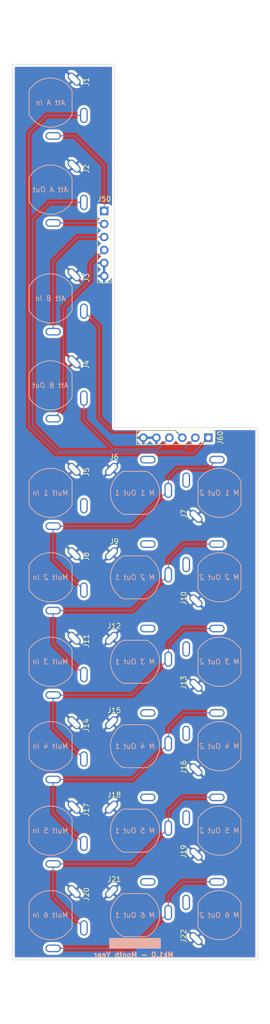
<source format=kicad_pcb>
(kicad_pcb (version 20240108) (generator "pcbnew") (generator_version "8.0")
  (title_block (rev "1") (company "DMH Instruments") (comment 1 "10cm Kosmo format synthesizer module PCB"))
  (layers (0 "F.Cu" signal) (31 "B.Cu" signal) (34 "B.Paste" user) (35 "F.Paste" user) (36 "B.SilkS" user "B.Silkscreen") (37 "F.SilkS" user "F.Silkscreen") (38 "B.Mask" user) (39 "F.Mask" user) (44 "Edge.Cuts" user))
  (net 0 "")
  (net 1 "/Inputs and Outputs/Att A Input Jack")
  (net 2 "Net-(J60-Pin_1)")
  (net 3 "GND")
  (net 4 "/Inputs and Outputs/Att A Output Jack")
  (net 5 "Net-(J60-Pin_2)")
  (net 6 "Net-(J60-Pin_3)")
  (net 7 "/Inputs and Outputs/Att B Input Jack")
  (net 8 "/Inputs and Outputs/Att B Output Jack")
  (net 9 "Net-(J60-Pin_4)")
  (net 11 "Net-(J5-PadT)")
  (net 14 "Net-(J10-PadT)")
  (net 17 "Net-(J11-PadT)")
  (net 20 "Net-(J14-PadT)")
  (net 23 "Net-(J17-PadT)")
  (net 26 "Net-(J20-PadT)")
  (footprint "SynthStuff:CUI_MJ-63052A" (layer "F.Cu") (at 91.5 142.75 90)
    (property "Reference" "J10" (at -4.075 -7 90) (layer "F.SilkS"))
    (property "Value" "TS_Jack_6.35mm_Sw")
    (property "Function" "M 2 Out 2" (at 0 0 180) (layer "B.SilkS") (effects (font (thickness 0.15) (italic yes)) (justify mirror)))
    (pad "S" thru_hole oval (at -4.59619 -4.59619 45) (size 1.508 3.016) (drill oval 1 2.5) (layers "*.Cu" "*.Mask") (net 3 "GND"))
    (pad "T" thru_hole oval (at 6.5 -0.5 90) (size 1.508 3.016) (drill oval 1 2.5) (layers "*.Cu" "*.Mask") (net 14 "Net-(J10-PadT)"))
    (pad "TN" thru_hole oval (at 2.5 -6.5 90) (size 3.016 1.508) (drill oval 2.5 1) (layers "*.Cu" "*.Mask"))
  )
  (footprint "SynthStuff:CUI_MJ-63052A" (layer "F.Cu") (at 75 142.75)
    (property "Reference" "J9" (at -4.075 -7 0) (layer "F.SilkS"))
    (property "Value" "TS_Jack_6.35mm_Sw")
    (property "Function" "M 2 Out 1" (at 0 0 0) (layer "B.SilkS") (effects (font (thickness 0.15) (italic yes)) (justify mirror)))
    (pad "S" thru_hole oval (at -4.59619 -4.59619 315) (size 1.508 3.016) (drill oval 1 2.5) (layers "*.Cu" "*.Mask") (net 3 "GND"))
    (pad "T" thru_hole oval (at 6.5 -0.5) (size 1.508 3.016) (drill oval 1 2.5) (layers "*.Cu" "*.Mask") (net 14 "Net-(J10-PadT)"))
    (pad "TN" thru_hole oval (at 2.5 -6.5) (size 3.016 1.508) (drill oval 2.5 1) (layers "*.Cu" "*.Mask"))
  )
  (footprint "SynthStuff:CUI_MJ-63052A" (layer "F.Cu") (at 75 126.25)
    (property "Reference" "J6" (at -4.075 -7 0) (layer "F.SilkS"))
    (property "Value" "TS_Jack_6.35mm_Sw")
    (property "Function" "M 1 Out 1" (at 0 0 0) (layer "B.SilkS") (effects (font (thickness 0.15) (italic yes)) (justify mirror)))
    (pad "S" thru_hole oval (at -4.59619 -4.59619 315) (size 1.508 3.016) (drill oval 1 2.5) (layers "*.Cu" "*.Mask") (net 3 "GND"))
    (pad "T" thru_hole oval (at 6.5 -0.5) (size 1.508 3.016) (drill oval 1 2.5) (layers "*.Cu" "*.Mask") (net 11 "Net-(J5-PadT)"))
    (pad "TN" thru_hole oval (at 2.5 -6.5) (size 3.016 1.508) (drill oval 2.5 1) (layers "*.Cu" "*.Mask"))
  )
  (footprint "SynthStuff:CUI_MJ-63052A" (layer "F.Cu") (at 91.5 175.75 90)
    (property "Reference" "J16" (at -4.075 -7 90) (layer "F.SilkS"))
    (property "Value" "TS_Jack_6.35mm_Sw")
    (property "Function" "M 4 Out 2" (at 0 0 180) (layer "B.SilkS") (effects (font (thickness 0.15) (italic yes)) (justify mirror)))
    (pad "S" thru_hole oval (at -4.59619 -4.59619 45) (size 1.508 3.016) (drill oval 1 2.5) (layers "*.Cu" "*.Mask") (net 3 "GND"))
    (pad "T" thru_hole oval (at 6.5 -0.5 90) (size 1.508 3.016) (drill oval 1 2.5) (layers "*.Cu" "*.Mask") (net 20 "Net-(J14-PadT)"))
    (pad "TN" thru_hole oval (at 2.5 -6.5 90) (size 3.016 1.508) (drill oval 2.5 1) (layers "*.Cu" "*.Mask"))
  )
  (footprint "Connector_PinHeader_2.54mm:PinHeader_1x06_P2.54mm_Vertical" (layer "F.Cu") (at 68.975 71.175)
    (property "Reference" "J50" (at 0 -2.33 0) (layer "F.SilkS"))
    (property "Value" "Conn_01x06")
    (pad "1" thru_hole rect (at 0 0) (size 1.7 1.7) (drill 1) (layers "*.Cu" "*.Mask") (net 1 "/Inputs and Outputs/Att A Input Jack"))
    (pad "2" thru_hole oval (at 0 2.54) (size 1.7 1.7) (drill 1) (layers "*.Cu" "*.Mask") (net 4 "/Inputs and Outputs/Att A Output Jack"))
    (pad "3" thru_hole oval (at 0 5.08) (size 1.7 1.7) (drill 1) (layers "*.Cu" "*.Mask") (net 7 "/Inputs and Outputs/Att B Input Jack"))
    (pad "4" thru_hole oval (at 0 7.62) (size 1.7 1.7) (drill 1) (layers "*.Cu" "*.Mask") (net 8 "/Inputs and Outputs/Att B Output Jack"))
    (pad "5" thru_hole oval (at 0 10.16) (size 1.7 1.7) (drill 1) (layers "*.Cu" "*.Mask") (net 3 "GND"))
    (pad "6" thru_hole oval (at 0 12.7) (size 1.7 1.7) (drill 1) (layers "*.Cu" "*.Mask") (net 3 "GND"))
  )
  (footprint "SynthStuff:CUI_MJ-63052A" (layer "F.Cu") (at 58.5 50 -90)
    (property "Reference" "J1" (at -4.075 -7 -90) (layer "F.SilkS"))
    (property "Value" "TS_Jack_6.35mm_Sw")
    (property "Function" "Att A In" (at 0 0 180) (layer "B.SilkS") (effects (font (thickness 0.15) (italic yes)) (justify mirror)))
    (pad "S" thru_hole oval (at -4.59619 -4.59619 225) (size 1.508 3.016) (drill oval 1 2.5) (layers "*.Cu" "*.Mask") (net 3 "GND"))
    (pad "T" thru_hole oval (at 6.5 -0.5 270) (size 1.508 3.016) (drill oval 1 2.5) (layers "*.Cu" "*.Mask") (net 1 "/Inputs and Outputs/Att A Input Jack"))
    (pad "TN" thru_hole oval (at 2.5 -6.5 270) (size 3.016 1.508) (drill oval 2.5 1) (layers "*.Cu" "*.Mask") (net 2 "Net-(J60-Pin_1)"))
  )
  (footprint "SynthStuff:CUI_MJ-63052A" (layer "F.Cu") (at 58.5 142.75 -90)
    (property "Reference" "J8" (at -4.075 -7 -90) (layer "F.SilkS"))
    (property "Value" "TS_Jack_6.35mm_Sw")
    (property "Function" "Mult 2 In" (at 0 0 0) (layer "B.SilkS") (effects (font (thickness 0.15) (italic yes)) (justify mirror)))
    (pad "S" thru_hole oval (at -4.59619 -4.59619 225) (size 1.508 3.016) (drill oval 1 2.5) (layers "*.Cu" "*.Mask") (net 3 "GND"))
    (pad "T" thru_hole oval (at 6.5 -0.5 270) (size 1.508 3.016) (drill oval 1 2.5) (layers "*.Cu" "*.Mask") (net 14 "Net-(J10-PadT)"))
    (pad "TN" thru_hole oval (at 2.5 -6.5 270) (size 3.016 1.508) (drill oval 2.5 1) (layers "*.Cu" "*.Mask") (net 11 "Net-(J5-PadT)"))
  )
  (footprint "SynthStuff:CUI_MJ-63052A" (layer "F.Cu") (at 91.5 126.25 90)
    (property "Reference" "J7" (at -4.075 -7 90) (layer "F.SilkS"))
    (property "Value" "TS_Jack_6.35mm_Sw")
    (property "Function" "M 1 Out 2" (at 0 0 180) (layer "B.SilkS") (effects (font (thickness 0.15) (italic yes)) (justify mirror)))
    (pad "S" thru_hole oval (at -4.59619 -4.59619 45) (size 1.508 3.016) (drill oval 1 2.5) (layers "*.Cu" "*.Mask") (net 3 "GND"))
    (pad "T" thru_hole oval (at 6.5 -0.5 90) (size 1.508 3.016) (drill oval 1 2.5) (layers "*.Cu" "*.Mask") (net 11 "Net-(J5-PadT)"))
    (pad "TN" thru_hole oval (at 2.5 -6.5 90) (size 3.016 1.508) (drill oval 2.5 1) (layers "*.Cu" "*.Mask"))
  )
  (footprint "Connector_PinHeader_2.54mm:PinHeader_1x06_P2.54mm_Vertical" (layer "F.Cu") (at 89.325 115.475 -90)
    (property "Reference" "J60" (at 0 -2.33 90) (layer "F.SilkS"))
    (property "Value" "Conn_01x06")
    (pad "1" thru_hole rect (at 0 0 270) (size 1.7 1.7) (drill 1) (layers "*.Cu" "*.Mask") (net 2 "Net-(J60-Pin_1)"))
    (pad "2" thru_hole oval (at 0 2.54 270) (size 1.7 1.7) (drill 1) (layers "*.Cu" "*.Mask") (net 5 "Net-(J60-Pin_2)"))
    (pad "3" thru_hole oval (at 0 5.08 270) (size 1.7 1.7) (drill 1) (layers "*.Cu" "*.Mask") (net 6 "Net-(J60-Pin_3)"))
    (pad "4" thru_hole oval (at 0 7.62 270) (size 1.7 1.7) (drill 1) (layers "*.Cu" "*.Mask") (net 9 "Net-(J60-Pin_4)"))
    (pad "5" thru_hole oval (at 0 10.16 270) (size 1.7 1.7) (drill 1) (layers "*.Cu" "*.Mask") (net 3 "GND"))
    (pad "6" thru_hole oval (at 0 12.7 270) (size 1.7 1.7) (drill 1) (layers "*.Cu" "*.Mask") (net 3 "GND"))
  )
  (footprint "SynthStuff:CUI_MJ-63052A" (layer "F.Cu") (at 58.5 159.25 -90)
    (property "Reference" "J11" (at -4.075 -7 -90) (layer "F.SilkS"))
    (property "Value" "TS_Jack_6.35mm_Sw")
    (property "Function" "Mult 3 In" (at 0 0 0) (layer "B.SilkS") (effects (font (thickness 0.15) (italic yes)) (justify mirror)))
    (pad "S" thru_hole oval (at -4.59619 -4.59619 225) (size 1.508 3.016) (drill oval 1 2.5) (layers "*.Cu" "*.Mask") (net 3 "GND"))
    (pad "T" thru_hole oval (at 6.5 -0.5 270) (size 1.508 3.016) (drill oval 1 2.5) (layers "*.Cu" "*.Mask") (net 17 "Net-(J11-PadT)"))
    (pad "TN" thru_hole oval (at 2.5 -6.5 270) (size 3.016 1.508) (drill oval 2.5 1) (layers "*.Cu" "*.Mask") (net 14 "Net-(J10-PadT)"))
  )
  (footprint "SynthStuff:CUI_MJ-63052A" (layer "F.Cu") (at 58.5 192.25 -90)
    (property "Reference" "J17" (at -4.075 -7 -90) (layer "F.SilkS"))
    (property "Value" "TS_Jack_6.35mm_Sw")
    (property "Function" "Mult 5 In" (at 0 0 0) (layer "B.SilkS") (effects (font (thickness 0.15) (italic yes)) (justify mirror)))
    (pad "S" thru_hole oval (at -4.59619 -4.59619 225) (size 1.508 3.016) (drill oval 1 2.5) (layers "*.Cu" "*.Mask") (net 3 "GND"))
    (pad "T" thru_hole oval (at 6.5 -0.5 270) (size 1.508 3.016) (drill oval 1 2.5) (layers "*.Cu" "*.Mask") (net 23 "Net-(J17-PadT)"))
    (pad "TN" thru_hole oval (at 2.5 -6.5 270) (size 3.016 1.508) (drill oval 2.5 1) (layers "*.Cu" "*.Mask") (net 20 "Net-(J14-PadT)"))
  )
  (footprint "SynthStuff:CUI_MJ-63052A" (layer "F.Cu") (at 75 192.25)
    (property "Reference" "J18" (at -4.075 -7 0) (layer "F.SilkS"))
    (property "Value" "TS_Jack_6.35mm_Sw")
    (property "Function" "M 5 Out 1" (at 0 0 0) (layer "B.SilkS") (effects (font (thickness 0.15) (italic yes)) (justify mirror)))
    (pad "S" thru_hole oval (at -4.59619 -4.59619 315) (size 1.508 3.016) (drill oval 1 2.5) (layers "*.Cu" "*.Mask") (net 3 "GND"))
    (pad "T" thru_hole oval (at 6.5 -0.5) (size 1.508 3.016) (drill oval 1 2.5) (layers "*.Cu" "*.Mask") (net 23 "Net-(J17-PadT)"))
    (pad "TN" thru_hole oval (at 2.5 -6.5) (size 3.016 1.508) (drill oval 2.5 1) (layers "*.Cu" "*.Mask"))
  )
  (footprint "SynthStuff:CUI_MJ-63052A" (layer "F.Cu") (at 91.5 159.25 90)
    (property "Reference" "J13" (at -4.075 -7 90) (layer "F.SilkS"))
    (property "Value" "TS_Jack_6.35mm_Sw")
    (property "Function" "M 3 Out 2" (at 0 0 180) (layer "B.SilkS") (effects (font (thickness 0.15) (italic yes)) (justify mirror)))
    (pad "S" thru_hole oval (at -4.59619 -4.59619 45) (size 1.508 3.016) (drill oval 1 2.5) (layers "*.Cu" "*.Mask") (net 3 "GND"))
    (pad "T" thru_hole oval (at 6.5 -0.5 90) (size 1.508 3.016) (drill oval 1 2.5) (layers "*.Cu" "*.Mask") (net 17 "Net-(J11-PadT)"))
    (pad "TN" thru_hole oval (at 2.5 -6.5 90) (size 3.016 1.508) (drill oval 2.5 1) (layers "*.Cu" "*.Mask"))
  )
  (footprint "SynthStuff:CUI_MJ-63052A" (layer "F.Cu") (at 75 175.75)
    (property "Reference" "J15" (at -4.075 -7 0) (layer "F.SilkS"))
    (property "Value" "TS_Jack_6.35mm_Sw")
    (property "Function" "M 4 Out 1" (at 0 0 0) (layer "B.SilkS") (effects (font (thickness 0.15) (italic yes)) (justify mirror)))
    (pad "S" thru_hole oval (at -4.59619 -4.59619 315) (size 1.508 3.016) (drill oval 1 2.5) (layers "*.Cu" "*.Mask") (net 3 "GND"))
    (pad "T" thru_hole oval (at 6.5 -0.5) (size 1.508 3.016) (drill oval 1 2.5) (layers "*.Cu" "*.Mask") (net 20 "Net-(J14-PadT)"))
    (pad "TN" thru_hole oval (at 2.5 -6.5) (size 3.016 1.508) (drill oval 2.5 1) (layers "*.Cu" "*.Mask"))
  )
  (footprint "SynthStuff:CUI_MJ-63052A" (layer "F.Cu") (at 91.5 192.25 90)
    (property "Reference" "J19" (at -4.075 -7 90) (layer "F.SilkS"))
    (property "Value" "TS_Jack_6.35mm_Sw")
    (property "Function" "M 5 Out 2" (at 0 0 180) (layer "B.SilkS") (effects (font (thickness 0.15) (italic yes)) (justify mirror)))
    (pad "S" thru_hole oval (at -4.59619 -4.59619 45) (size 1.508 3.016) (drill oval 1 2.5) (layers "*.Cu" "*.Mask") (net 3 "GND"))
    (pad "T" thru_hole oval (at 6.5 -0.5 90) (size 1.508 3.016) (drill oval 1 2.5) (layers "*.Cu" "*.Mask") (net 23 "Net-(J17-PadT)"))
    (pad "TN" thru_hole oval (at 2.5 -6.5 90) (size 3.016 1.508) (drill oval 2.5 1) (layers "*.Cu" "*.Mask"))
  )
  (footprint "SynthStuff:CUI_MJ-63052A" (layer "F.Cu") (at 75 159.25)
    (property "Reference" "J12" (at -4.075 -7 0) (layer "F.SilkS"))
    (property "Value" "TS_Jack_6.35mm_Sw")
    (property "Function" "M 3 Out 1" (at 0 0 0) (layer "B.SilkS") (effects (font (thickness 0.15) (italic yes)) (justify mirror)))
    (pad "S" thru_hole oval (at -4.59619 -4.59619 315) (size 1.508 3.016) (drill oval 1 2.5) (layers "*.Cu" "*.Mask") (net 3 "GND"))
    (pad "T" thru_hole oval (at 6.5 -0.5) (size 1.508 3.016) (drill oval 1 2.5) (layers "*.Cu" "*.Mask") (net 17 "Net-(J11-PadT)"))
    (pad "TN" thru_hole oval (at 2.5 -6.5) (size 3.016 1.508) (drill oval 2.5 1) (layers "*.Cu" "*.Mask"))
  )
  (footprint "SynthStuff:CUI_MJ-63052A" (layer "F.Cu") (at 58.5 126.25 -90)
    (property "Reference" "J5" (at -4.075 -7 -90) (layer "F.SilkS"))
    (property "Value" "TS_Jack_6.35mm_Sw")
    (property "Function" "Mult 1 In" (at 0 0 0) (layer "B.SilkS") (effects (font (thickness 0.15) (italic yes)) (justify mirror)))
    (pad "S" thru_hole oval (at -4.59619 -4.59619 225) (size 1.508 3.016) (drill oval 1 2.5) (layers "*.Cu" "*.Mask") (net 3 "GND"))
    (pad "T" thru_hole oval (at 6.5 -0.5 270) (size 1.508 3.016) (drill oval 1 2.5) (layers "*.Cu" "*.Mask") (net 11 "Net-(J5-PadT)"))
    (pad "TN" thru_hole oval (at 2.5 -6.5 270) (size 3.016 1.508) (drill oval 2.5 1) (layers "*.Cu" "*.Mask"))
  )
  (footprint "SynthStuff:CUI_MJ-63052A" (layer "F.Cu") (at 75 208.75)
    (property "Reference" "J21" (at -4.075 -7 0) (layer "F.SilkS"))
    (property "Value" "TS_Jack_6.35mm_Sw")
    (property "Function" "M 6 Out 1" (at 0 0 0) (layer "B.SilkS") (effects (font (thickness 0.15) (italic yes)) (justify mirror)))
    (pad "S" thru_hole oval (at -4.59619 -4.59619 315) (size 1.508 3.016) (drill oval 1 2.5) (layers "*.Cu" "*.Mask") (net 3 "GND"))
    (pad "T" thru_hole oval (at 6.5 -0.5) (size 1.508 3.016) (drill oval 1 2.5) (layers "*.Cu" "*.Mask") (net 26 "Net-(J20-PadT)"))
    (pad "TN" thru_hole oval (at 2.5 -6.5) (size 3.016 1.508) (drill oval 2.5 1) (layers "*.Cu" "*.Mask"))
  )
  (footprint "SynthStuff:CUI_MJ-63052A" (layer "F.Cu") (at 58.5 88.25 -90)
    (property "Reference" "J3" (at -4.075 -7 -90) (layer "F.SilkS"))
    (property "Value" "TS_Jack_6.35mm_Sw")
    (property "Function" "Att B In" (at 0 0 0) (layer "B.SilkS") (effects (font (thickness 0.15) (italic yes)) (justify mirror)))
    (pad "S" thru_hole oval (at -4.59619 -4.59619 225) (size 1.508 3.016) (drill oval 1 2.5) (layers "*.Cu" "*.Mask") (net 3 "GND"))
    (pad "T" thru_hole oval (at 6.5 -0.5 270) (size 1.508 3.016) (drill oval 1 2.5) (layers "*.Cu" "*.Mask") (net 7 "/Inputs and Outputs/Att B Input Jack"))
    (pad "TN" thru_hole oval (at 2.5 -6.5 270) (size 3.016 1.508) (drill oval 2.5 1) (layers "*.Cu" "*.Mask") (net 6 "Net-(J60-Pin_3)"))
  )
  (footprint "SynthStuff:CUI_MJ-63052A" (layer "F.Cu") (at 91.5 208.75 90)
    (property "Reference" "J22" (at -4.075 -7 90) (layer "F.SilkS"))
    (property "Value" "TS_Jack_6.35mm_Sw")
    (property "Function" "M 6 Out 2" (at 0 0 180) (layer "B.SilkS") (effects (font (thickness 0.15) (italic yes)) (justify mirror)))
    (pad "S" thru_hole oval (at -4.59619 -4.59619 45) (size 1.508 3.016) (drill oval 1 2.5) (layers "*.Cu" "*.Mask") (net 3 "GND"))
    (pad "T" thru_hole oval (at 6.5 -0.5 90) (size 1.508 3.016) (drill oval 1 2.5) (layers "*.Cu" "*.Mask") (net 26 "Net-(J20-PadT)"))
    (pad "TN" thru_hole oval (at 2.5 -6.5 90) (size 3.016 1.508) (drill oval 2.5 1) (layers "*.Cu" "*.Mask"))
  )
  (footprint "SynthStuff:CUI_MJ-63052A" (layer "F.Cu") (at 58.5 105.25 -90)
    (property "Reference" "J4" (at -4.075 -7 -90) (layer "F.SilkS"))
    (property "Value" "TS_Jack_6.35mm_Sw")
    (property "Function" "Att B Out" (at 0 0 0) (layer "B.SilkS") (effects (font (thickness 0.15) (italic yes)) (justify mirror)))
    (pad "S" thru_hole oval (at -4.59619 -4.59619 225) (size 1.508 3.016) (drill oval 1 2.5) (layers "*.Cu" "*.Mask") (net 3 "GND"))
    (pad "T" thru_hole oval (at 6.5 -0.5 270) (size 1.508 3.016) (drill oval 1 2.5) (layers "*.Cu" "*.Mask") (net 8 "/Inputs and Outputs/Att B Output Jack"))
    (pad "TN" thru_hole oval (at 2.5 -6.5 270) (size 3.016 1.508) (drill oval 2.5 1) (layers "*.Cu" "*.Mask") (net 9 "Net-(J60-Pin_4)"))
  )
  (footprint "SynthStuff:CUI_MJ-63052A" (layer "F.Cu") (at 58.5 67 -90)
    (property "Reference" "J2" (at -4.075 -7 -90) (layer "F.SilkS"))
    (property "Value" "TS_Jack_6.35mm_Sw")
    (property "Function" "Att A Out" (at 0 0 0) (layer "B.SilkS") (effects (font (thickness 0.15) (italic yes)) (justify mirror)))
    (pad "S" thru_hole oval (at -4.59619 -4.59619 225) (size 1.508 3.016) (drill oval 1 2.5) (layers "*.Cu" "*.Mask") (net 3 "GND"))
    (pad "T" thru_hole oval (at 6.5 -0.5 270) (size 1.508 3.016) (drill oval 1 2.5) (layers "*.Cu" "*.Mask") (net 4 "/Inputs and Outputs/Att A Output Jack"))
    (pad "TN" thru_hole oval (at 2.5 -6.5 270) (size 3.016 1.508) (drill oval 2.5 1) (layers "*.Cu" "*.Mask") (net 5 "Net-(J60-Pin_2)"))
  )
  (footprint "SynthStuff:CUI_MJ-63052A" (layer "F.Cu") (at 58.5 175.75 -90)
    (property "Reference" "J14" (at -4.075 -7 -90) (layer "F.SilkS"))
    (property "Value" "TS_Jack_6.35mm_Sw")
    (property "Function" "Mult 4 In" (at 0 0 0) (layer "B.SilkS") (effects (font (thickness 0.15) (italic yes)) (justify mirror)))
    (pad "S" thru_hole oval (at -4.59619 -4.59619 225) (size 1.508 3.016) (drill oval 1 2.5) (layers "*.Cu" "*.Mask") (net 3 "GND"))
    (pad "T" thru_hole oval (at 6.5 -0.5 270) (size 1.508 3.016) (drill oval 1 2.5) (layers "*.Cu" "*.Mask") (net 20 "Net-(J14-PadT)"))
    (pad "TN" thru_hole oval (at 2.5 -6.5 270) (size 3.016 1.508) (drill oval 2.5 1) (layers "*.Cu" "*.Mask") (net 17 "Net-(J11-PadT)"))
  )
  (footprint "SynthStuff:CUI_MJ-63052A" (layer "F.Cu") (at 58.5 208.75 -90)
    (property "Reference" "J20" (at -4.075 -7 -90) (layer "F.SilkS"))
    (property "Value" "TS_Jack_6.35mm_Sw")
    (property "Function" "Mult 6 In" (at 0 0 0) (layer "B.SilkS") (effects (font (thickness 0.15) (italic yes)) (justify mirror)))
    (pad "S" thru_hole oval (at -4.59619 -4.59619 225) (size 1.508 3.016) (drill oval 1 2.5) (layers "*.Cu" "*.Mask") (net 3 "GND"))
    (pad "T" thru_hole oval (at 6.5 -0.5 270) (size 1.508 3.016) (drill oval 1 2.5) (layers "*.Cu" "*.Mask") (net 26 "Net-(J20-PadT)"))
    (pad "TN" thru_hole oval (at 2.5 -6.5 270) (size 3.016 1.508) (drill oval 2.5 1) (layers "*.Cu" "*.Mask") (net 23 "Net-(J17-PadT)"))
  )
  (gr_rect (start 70 213.25) (end 80 215.25) (stroke (width 0.1)) (fill solid) (layer "B.SilkS"))
  (gr_line (start 71 113.5) (end 99 113.5) (stroke (width 0.1)) (layer "Edge.Cuts"))
  (gr_line (start 51 217.5) (end 51 42.5) (stroke (width 0.1)) (layer "Edge.Cuts"))
  (gr_line (start 51 42.5) (end 71 42.5) (stroke (width 0.1)) (layer "Edge.Cuts"))
  (gr_line (start 71 42.5) (end 71 113.5) (stroke (width 0.1)) (layer "Edge.Cuts"))
  (gr_line (start 99 113.5) (end 99 217.5) (stroke (width 0.1)) (layer "Edge.Cuts"))
  (gr_line (start 99 217.5) (end 51 217.5) (stroke (width 0.1)) (layer "Edge.Cuts"))
  (gr_text "Mk1.0 - Month Year" (at 74.75 216.5 0) (layer "B.SilkS") (effects (font (size 1 1) (thickness 0.25) (bold yes)) (justify mirror)))
  (segment (start 59 56.5) (end 63.25 56.5) (width 0.2) (layer "B.Cu") (net 1))
  (segment (start 68.975 62.225) (end 68.975 71.175) (width 0.2) (layer "B.Cu") (net 1))
  (segment (start 63.25 56.5) (end 68.975 62.225) (width 0.2) (layer "B.Cu") (net 1))
  (segment (start 57.75 52.5) (end 54.25 56) (width 0.2) (layer "B.Cu") (net 2))
  (segment (start 54.25 113.25) (end 59.5 118.5) (width 0.2) (layer "B.Cu") (net 2))
  (segment (start 86.3 118.5) (end 89.325 115.475) (width 0.2) (layer "B.Cu") (net 2))
  (segment (start 59.5 118.5) (end 86.3 118.5) (width 0.2) (layer "B.Cu") (net 2))
  (segment (start 65 52.5) (end 57.75 52.5) (width 0.2) (layer "B.Cu") (net 2))
  (segment (start 54.25 56) (end 54.25 113.25) (width 0.2) (layer "B.Cu") (net 2))
  (segment (start 68.76 73.5) (end 68.975 73.715) (width 0.2) (layer "F.Cu") (net 4))
  (segment (start 59 73.5) (end 68.76 73.5) (width 0.2) (layer "B.Cu") (net 4))
  (segment (start 58.25 69.5) (end 55 72.75) (width 0.2) (layer "B.Cu") (net 5))
  (segment (start 55 113) (end 60.1 118.1) (width 0.2) (layer "B.Cu") (net 5))
  (segment (start 65 69.5) (end 58.25 69.5) (width 0.2) (layer "B.Cu") (net 5))
  (segment (start 84.16 118.1) (end 86.785 115.475) (width 0.2) (layer "B.Cu") (net 5))
  (segment (start 55 72.75) (end 55 113) (width 0.2) (layer "B.Cu") (net 5))
  (segment (start 60.1 118.1) (end 84.16 118.1) (width 0.2) (layer "B.Cu") (net 5))
  (segment (start 82.87 114.1) (end 84.245 115.475) (width 0.2) (layer "B.Cu") (net 6))
  (segment (start 65 90.75) (end 68 93.75) (width 0.2) (layer "B.Cu") (net 6))
  (segment (start 68 93.75) (end 68 111.549264) (width 0.2) (layer "B.Cu") (net 6))
  (segment (start 68 111.549264) (end 70.550736 114.1) (width 0.2) (layer "B.Cu") (net 6))
  (segment (start 70.550736 114.1) (end 82.87 114.1) (width 0.2) (layer "B.Cu") (net 6))
  (segment (start 59 81) (end 63.745 76.255) (width 0.2) (layer "B.Cu") (net 7))
  (segment (start 59 94.75) (end 59 81) (width 0.2) (layer "B.Cu") (net 7))
  (segment (start 63.745 76.255) (end 68.975 76.255) (width 0.2) (layer "B.Cu") (net 7))
  (segment (start 68.975 78.795) (end 66.25 81.52) (width 0.2) (layer "B.Cu") (net 8))
  (segment (start 61 90) (end 61 109.75) (width 0.2) (layer "B.Cu") (net 8))
  (segment (start 66.25 81.52) (end 66.25 84.75) (width 0.2) (layer "B.Cu") (net 8))
  (segment (start 66.25 84.75) (end 61 90) (width 0.2) (layer "B.Cu") (net 8))
  (segment (start 61 109.75) (end 59 111.75) (width 0.2) (layer "B.Cu") (net 8))
  (segment (start 79.48 117.7) (end 81.705 115.475) (width 0.2) (layer "B.Cu") (net 9))
  (segment (start 65 112) (end 70.7 117.7) (width 0.2) (layer "B.Cu") (net 9))
  (segment (start 70.7 117.7) (end 79.48 117.7) (width 0.2) (layer "B.Cu") (net 9))
  (segment (start 65 107.75) (end 65 112) (width 0.2) (layer "B.Cu") (net 9))
  (segment (start 59 132.75) (end 74.5 132.75) (width 0.2) (layer "B.Cu") (net 11))
  (segment (start 83.25 121.5) (end 89.25 121.5) (width 0.2) (layer "B.Cu") (net 11))
  (segment (start 81.5 125.75) (end 81.5 123.25) (width 0.2) (layer "B.Cu") (net 11))
  (segment (start 59 139.25) (end 65 145.25) (width 0.2) (layer "B.Cu") (net 11))
  (segment (start 81.5 123.25) (end 83.25 121.5) (width 0.2) (layer "B.Cu") (net 11))
  (segment (start 59 132.75) (end 59 139.25) (width 0.2) (layer "B.Cu") (net 11))
  (segment (start 74.5 132.75) (end 81.5 125.75) (width 0.2) (layer "B.Cu") (net 11))
  (segment (start 89.25 121.5) (end 91 119.75) (width 0.2) (layer "B.Cu") (net 11))
  (segment (start 59 149.25) (end 59 155.75) (width 0.2) (layer "B.Cu") (net 14))
  (segment (start 59 149.25) (end 74.5 149.25) (width 0.2) (layer "B.Cu") (net 14))
  (segment (start 84.5 136.25) (end 91 136.25) (width 0.2) (layer "B.Cu") (net 14))
  (segment (start 74.5 149.25) (end 81.5 142.25) (width 0.2) (layer "B.Cu") (net 14))
  (segment (start 81.5 142.25) (end 81.5 139.25) (width 0.2) (layer "B.Cu") (net 14))
  (segment (start 59 155.75) (end 65 161.75) (width 0.2) (layer "B.Cu") (net 14))
  (segment (start 81.5 139.25) (end 84.5 136.25) (width 0.2) (layer "B.Cu") (net 14))
  (segment (start 59 165.75) (end 59 172.25) (width 0.2) (layer "B.Cu") (net 17))
  (segment (start 81.5 158.75) (end 81.5 155.75) (width 0.2) (layer "B.Cu") (net 17))
  (segment (start 74.5 165.75) (end 81.5 158.75) (width 0.2) (layer "B.Cu") (net 17))
  (segment (start 59 165.75) (end 74.5 165.75) (width 0.2) (layer "B.Cu") (net 17))
  (segment (start 59 172.25) (end 65 178.25) (width 0.2) (layer "B.Cu") (net 17))
  (segment (start 81.5 155.75) (end 84.5 152.75) (width 0.2) (layer "B.Cu") (net 17))
  (segment (start 84.5 152.75) (end 91 152.75) (width 0.2) (layer "B.Cu") (net 17))
  (segment (start 74.5 182.25) (end 81.5 175.25) (width 0.2) (layer "B.Cu") (net 20))
  (segment (start 59 182.25) (end 59 188.75) (width 0.2) (layer "B.Cu") (net 20))
  (segment (start 81.5 175.25) (end 81.5 172.25) (width 0.2) (layer "B.Cu") (net 20))
  (segment (start 59 182.25) (end 74.5 182.25) (width 0.2) (layer "B.Cu") (net 20))
  (segment (start 84.5 169.25) (end 91 169.25) (width 0.2) (layer "B.Cu") (net 20))
  (segment (start 59 188.75) (end 65 194.75) (width 0.2) (layer "B.Cu") (net 20))
  (segment (start 81.5 172.25) (end 84.5 169.25) (width 0.2) (layer "B.Cu") (net 20))
  (segment (start 59 198.75) (end 74.5 198.75) (width 0.2) (layer "B.Cu") (net 23))
  (segment (start 84.25 185.75) (end 91 185.75) (width 0.2) (layer "B.Cu") (net 23))
  (segment (start 81.5 191.75) (end 81.5 188.5) (width 0.2) (layer "B.Cu") (net 23))
  (segment (start 81.5 188.5) (end 84.25 185.75) (width 0.2) (layer "B.Cu") (net 23))
  (segment (start 59 205.25) (end 65 211.25) (width 0.2) (layer "B.Cu") (net 23))
  (segment (start 74.5 198.75) (end 81.5 191.75) (width 0.2) (layer "B.Cu") (net 23))
  (segment (start 59 198.75) (end 59 205.25) (width 0.2) (layer "B.Cu") (net 23))
  (segment (start 74.5 215.25) (end 81.5 208.25) (width 0.2) (layer "B.Cu") (net 26))
  (segment (start 59 215.25) (end 74.5 215.25) (width 0.2) (layer "B.Cu") (net 26))
  (segment (start 84.25 202.25) (end 91 202.25) (width 0.2) (layer "B.Cu") (net 26))
  (segment (start 81.5 205) (end 84.25 202.25) (width 0.2) (layer "B.Cu") (net 26))
  (segment (start 81.5 208.25) (end 81.5 205) (width 0.2) (layer "B.Cu") (net 26))
  (zone (net 3) (net_name "GND") (layers "F&B.Cu") (name "Ground_planes") (connect_pads (clearance 0.5)) (min_thickness 0.25) (fill yes (thermal_gap 0.5) (thermal_bridge_width 0.5))
    (polygon (pts (xy 51 42.5) (xy 71 42.5) (xy 71 113.5) (xy 99 113.5) (xy 99 217.5) (xy 51 217.5)))
  )
)
</source>
